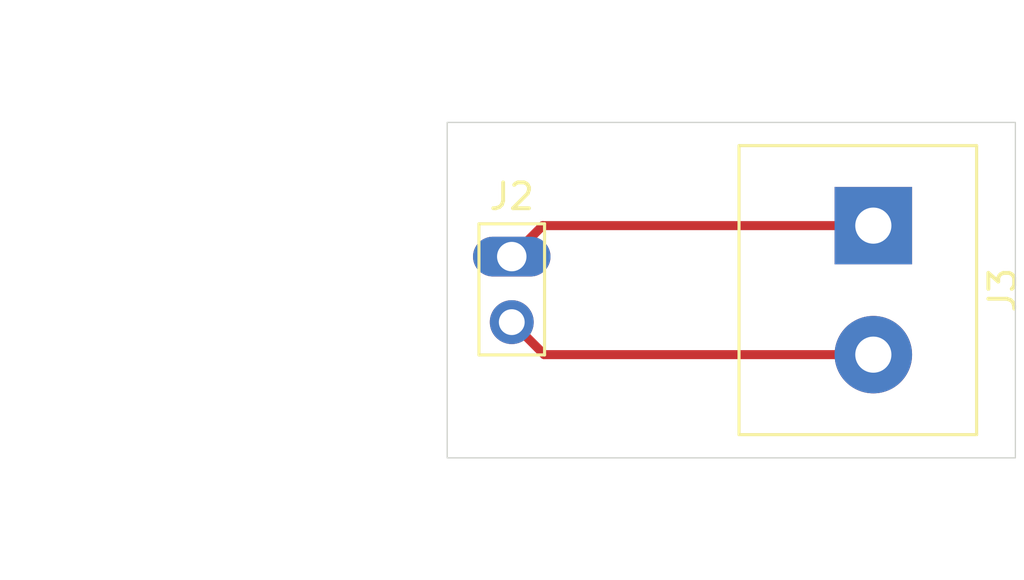
<source format=kicad_pcb>
(kicad_pcb (version 20240108) (generator "pcbnew") (generator_version "8.0")
  (layers (0 "F.Cu" signal) (31 "B.Cu" signal) (34 "B.Paste" user) (35 "F.Paste" user) (36 "B.SilkS" user "B.Silkscreen") (37 "F.SilkS" user "F.Silkscreen") (38 "B.Mask" user) (39 "F.Mask" user) (44 "Edge.Cuts" user))
  (net 0 "")
  (net 1 "2")
  (net 2 "1")
  (footprint "fab:TerminalBlock_OnShore_1x02_P5.00mm_Horizontal" (layer "F.Cu") (at 171 92 -90)
    (property "Reference" "J3" (at 2.5 -5 90) (layer "F.SilkS"))
    (property "Value" "Screw_Terminal_01x02_P5mm")
    (fp_line (start -3.1 5.2) (end 8.1 5.2) (stroke (width 0.12)) (layer "F.SilkS"))
    (fp_line (start -3.1 -4) (end -3.1 5.2) (stroke (width 0.12)) (layer "F.SilkS"))
    (fp_line (start -3.1 -4) (end 8.1 -4) (stroke (width 0.12)) (layer "F.SilkS"))
    (fp_line (start 8.1 -4) (end 8.1 5.2) (stroke (width 0.12)) (layer "F.SilkS"))
    (pad "1" thru_hole rect (at 0 0 270) (size 3 3) (drill 1.4) (layers "*.Cu" "*.Mask") (net 2 "1"))
    (pad "2" thru_hole circle (at 5 0 270) (size 3 3) (drill 1.4) (layers "*.Cu" "*.Mask") (net 1 "2"))
  )
  (footprint "fab:PinHeader_1x02_P2.54mm_Vertical_THT_D1mm" (layer "F.Cu") (at 157 93.2)
    (property "Reference" "J2" (at 0 -2.33 0) (layer "F.SilkS"))
    (property "Value" "Conn_PinHeader_1x02_P2.54mm_Vertical_THT_D1mm")
    (fp_line (start -1.27 -1.27) (end -1.27 3.81) (stroke (width 0.12)) (layer "F.SilkS"))
    (fp_line (start -1.27 -1.27) (end 1.27 -1.27) (stroke (width 0.12)) (layer "F.SilkS"))
    (fp_line (start -1.27 3.81) (end 1.27 3.81) (stroke (width 0.12)) (layer "F.SilkS"))
    (fp_line (start 1.27 -1.27) (end 1.27 3.81) (stroke (width 0.12)) (layer "F.SilkS"))
    (pad "1" thru_hole oval (at 0 0) (size 3 1.54) (drill 1.14) (layers "*.Cu" "*.Mask") (net 2 "1"))
    (pad "2" thru_hole oval (at 0 2.54) (size 1.7 1.7) (drill 1) (layers "*.Cu" "*.Mask") (net 1 "2"))
  )
  (gr_rect (start 154.5 88) (end 176.5 101) (stroke (width 0.05)) (fill none) (layer "Edge.Cuts"))
  (segment (start 171 97) (end 158.26 97) (width 0.35) (layer "F.Cu") (net 1))
  (segment (start 158.26 97) (end 157 95.74) (width 0.35) (layer "F.Cu") (net 1))
  (segment (start 158.2 92) (end 157 93.2) (width 0.35) (layer "F.Cu") (net 2))
  (segment (start 171 92) (end 158.2 92) (width 0.35) (layer "F.Cu") (net 2))
)
</source>
